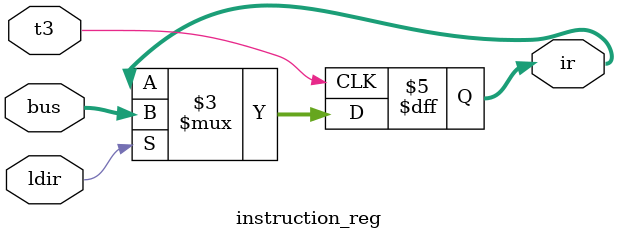
<source format=v>
module instruction_reg(ldir,t3,bus,ir);
input ldir,t3;
input [7:0]  bus;
output [7:0] ir;
reg [7:0] ir;
always @(posedge t3 )
   if(ldir)      ir=bus;
endmodule 
</source>
